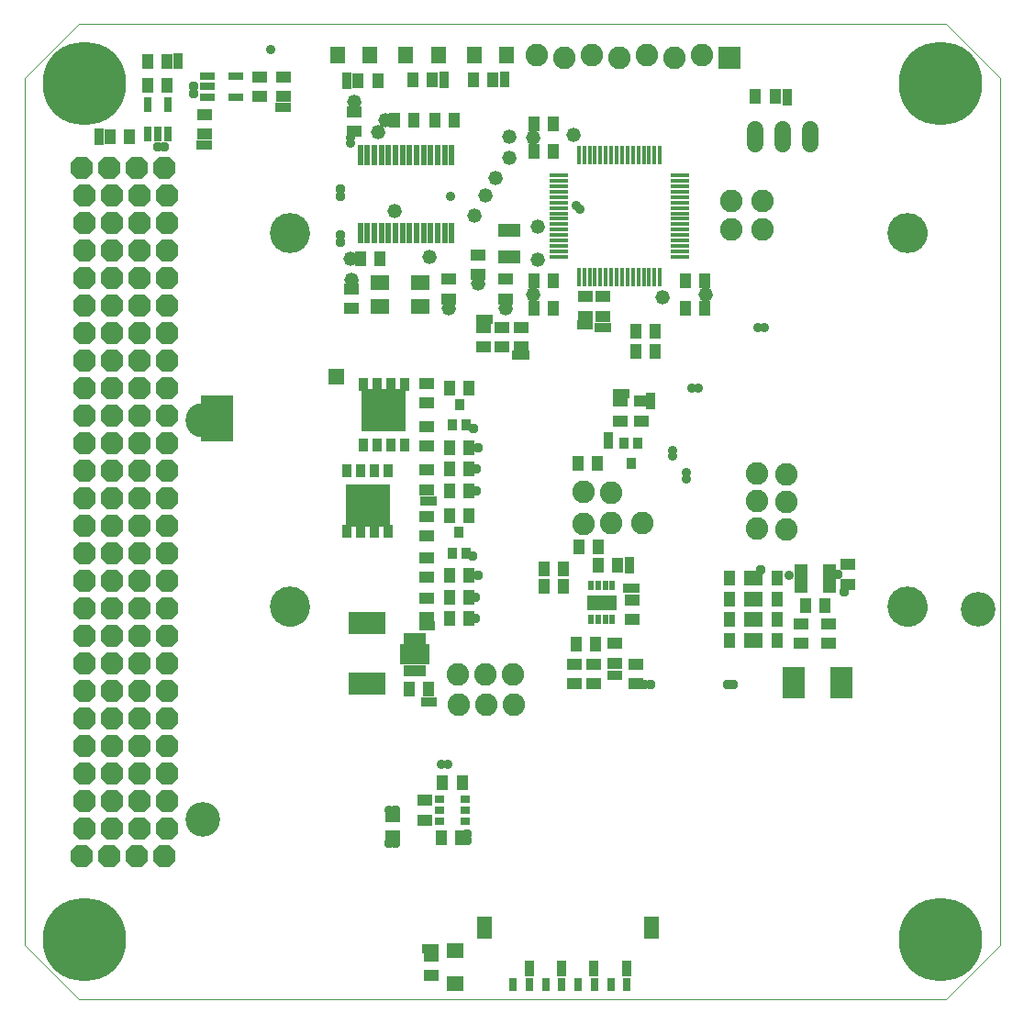
<source format=gts>
G75*
%MOIN*%
%OFA0B0*%
%FSLAX25Y25*%
%IPPOS*%
%LPD*%
%AMOC8*
5,1,8,0,0,1.08239X$1,22.5*
%
%ADD10R,0.03950X0.05524*%
%ADD11C,0.00000*%
%ADD12C,0.30328*%
%ADD13OC8,0.08200*%
%ADD14R,0.02000X0.03900*%
%ADD15R,0.10600X0.07700*%
%ADD16R,0.05524X0.03162*%
%ADD17R,0.05524X0.03950*%
%ADD18R,0.03162X0.05524*%
%ADD19R,0.13398X0.07887*%
%ADD20C,0.08200*%
%ADD21R,0.04737X0.02572*%
%ADD22R,0.02375X0.03556*%
%ADD23R,0.10800X0.05800*%
%ADD24R,0.03556X0.04343*%
%ADD25R,0.07887X0.11430*%
%ADD26R,0.03202X0.04816*%
%ADD27R,0.16194X0.15800*%
%ADD28C,0.14580*%
%ADD29R,0.01784X0.06902*%
%ADD30R,0.06902X0.01784*%
%ADD31R,0.02375X0.07690*%
%ADD32R,0.07887X0.04737*%
%ADD33C,0.05200*%
%ADD34R,0.07099X0.05721*%
%ADD35R,0.04737X0.01784*%
%ADD36R,0.01784X0.04737*%
%ADD37R,0.08200X0.08200*%
%ADD38R,0.03556X0.02800*%
%ADD39R,0.03162X0.04737*%
%ADD40R,0.05721X0.07887*%
%ADD41R,0.05524X0.06312*%
%ADD42C,0.06000*%
%ADD43R,0.06312X0.05524*%
%ADD44C,0.03778*%
%ADD45R,0.03778X0.03778*%
%ADD46R,0.03581X0.03581*%
%ADD47C,0.03581*%
%ADD48C,0.12611*%
D10*
X0142896Y0114117D03*
X0149983Y0114117D03*
X0157502Y0139589D03*
X0164589Y0139589D03*
X0164589Y0147463D03*
X0157502Y0147463D03*
X0157502Y0155337D03*
X0164589Y0155337D03*
X0164589Y0176991D03*
X0157502Y0176991D03*
X0157699Y0186046D03*
X0164786Y0186046D03*
X0164786Y0193920D03*
X0157699Y0193920D03*
X0157699Y0201794D03*
X0164786Y0201794D03*
X0164786Y0223447D03*
X0157699Y0223447D03*
X0188290Y0252384D03*
X0195376Y0252384D03*
X0195376Y0262227D03*
X0188290Y0262227D03*
X0225219Y0243920D03*
X0232306Y0243920D03*
X0232306Y0236636D03*
X0225219Y0236636D03*
X0243250Y0252384D03*
X0250337Y0252384D03*
X0250337Y0262227D03*
X0243250Y0262227D03*
X0195376Y0309471D03*
X0188290Y0309471D03*
X0188290Y0319313D03*
X0195376Y0319313D03*
X0173447Y0335455D03*
X0166361Y0335455D03*
X0151400Y0335455D03*
X0144313Y0335455D03*
X0131518Y0335061D03*
X0124431Y0335061D03*
X0137601Y0320790D03*
X0144687Y0320790D03*
X0152207Y0320790D03*
X0159294Y0320790D03*
X0132286Y0270199D03*
X0125199Y0270199D03*
X0055130Y0333369D03*
X0048044Y0333369D03*
X0048044Y0342119D03*
X0055130Y0342119D03*
X0041380Y0314619D03*
X0034294Y0314619D03*
X0191951Y0157699D03*
X0191951Y0151203D03*
X0199038Y0151203D03*
X0199038Y0157699D03*
X0204550Y0165573D03*
X0211636Y0165573D03*
X0211636Y0159077D03*
X0218723Y0159077D03*
X0210652Y0130337D03*
X0203565Y0130337D03*
X0162148Y0079983D03*
X0155061Y0079983D03*
X0154561Y0059983D03*
X0161648Y0059983D03*
X0259412Y0131695D03*
X0266498Y0131695D03*
X0269412Y0131695D03*
X0276498Y0131695D03*
X0276498Y0139195D03*
X0269412Y0139195D03*
X0266498Y0139195D03*
X0259412Y0139195D03*
X0259412Y0146695D03*
X0266498Y0146695D03*
X0269412Y0146695D03*
X0276498Y0146695D03*
X0276498Y0154195D03*
X0269412Y0154195D03*
X0266498Y0154195D03*
X0259412Y0154195D03*
X0286912Y0144195D03*
X0293998Y0144195D03*
X0211243Y0195888D03*
X0204156Y0195888D03*
X0268802Y0329195D03*
X0275888Y0329195D03*
D11*
X0003172Y0335849D02*
X0003172Y0020888D01*
X0022857Y0001203D01*
X0337817Y0001203D01*
X0357502Y0020888D01*
X0357502Y0335849D01*
X0337817Y0355534D01*
X0022857Y0355534D01*
X0003172Y0335849D01*
X0092738Y0279746D02*
X0092740Y0279915D01*
X0092746Y0280084D01*
X0092757Y0280253D01*
X0092771Y0280421D01*
X0092790Y0280589D01*
X0092813Y0280757D01*
X0092839Y0280924D01*
X0092870Y0281090D01*
X0092905Y0281256D01*
X0092944Y0281420D01*
X0092988Y0281584D01*
X0093035Y0281746D01*
X0093086Y0281907D01*
X0093141Y0282067D01*
X0093200Y0282226D01*
X0093262Y0282383D01*
X0093329Y0282538D01*
X0093400Y0282692D01*
X0093474Y0282844D01*
X0093552Y0282994D01*
X0093633Y0283142D01*
X0093718Y0283288D01*
X0093807Y0283432D01*
X0093899Y0283574D01*
X0093995Y0283713D01*
X0094094Y0283850D01*
X0094196Y0283985D01*
X0094302Y0284117D01*
X0094411Y0284246D01*
X0094523Y0284373D01*
X0094638Y0284497D01*
X0094756Y0284618D01*
X0094877Y0284736D01*
X0095001Y0284851D01*
X0095128Y0284963D01*
X0095257Y0285072D01*
X0095389Y0285178D01*
X0095524Y0285280D01*
X0095661Y0285379D01*
X0095800Y0285475D01*
X0095942Y0285567D01*
X0096086Y0285656D01*
X0096232Y0285741D01*
X0096380Y0285822D01*
X0096530Y0285900D01*
X0096682Y0285974D01*
X0096836Y0286045D01*
X0096991Y0286112D01*
X0097148Y0286174D01*
X0097307Y0286233D01*
X0097467Y0286288D01*
X0097628Y0286339D01*
X0097790Y0286386D01*
X0097954Y0286430D01*
X0098118Y0286469D01*
X0098284Y0286504D01*
X0098450Y0286535D01*
X0098617Y0286561D01*
X0098785Y0286584D01*
X0098953Y0286603D01*
X0099121Y0286617D01*
X0099290Y0286628D01*
X0099459Y0286634D01*
X0099628Y0286636D01*
X0099797Y0286634D01*
X0099966Y0286628D01*
X0100135Y0286617D01*
X0100303Y0286603D01*
X0100471Y0286584D01*
X0100639Y0286561D01*
X0100806Y0286535D01*
X0100972Y0286504D01*
X0101138Y0286469D01*
X0101302Y0286430D01*
X0101466Y0286386D01*
X0101628Y0286339D01*
X0101789Y0286288D01*
X0101949Y0286233D01*
X0102108Y0286174D01*
X0102265Y0286112D01*
X0102420Y0286045D01*
X0102574Y0285974D01*
X0102726Y0285900D01*
X0102876Y0285822D01*
X0103024Y0285741D01*
X0103170Y0285656D01*
X0103314Y0285567D01*
X0103456Y0285475D01*
X0103595Y0285379D01*
X0103732Y0285280D01*
X0103867Y0285178D01*
X0103999Y0285072D01*
X0104128Y0284963D01*
X0104255Y0284851D01*
X0104379Y0284736D01*
X0104500Y0284618D01*
X0104618Y0284497D01*
X0104733Y0284373D01*
X0104845Y0284246D01*
X0104954Y0284117D01*
X0105060Y0283985D01*
X0105162Y0283850D01*
X0105261Y0283713D01*
X0105357Y0283574D01*
X0105449Y0283432D01*
X0105538Y0283288D01*
X0105623Y0283142D01*
X0105704Y0282994D01*
X0105782Y0282844D01*
X0105856Y0282692D01*
X0105927Y0282538D01*
X0105994Y0282383D01*
X0106056Y0282226D01*
X0106115Y0282067D01*
X0106170Y0281907D01*
X0106221Y0281746D01*
X0106268Y0281584D01*
X0106312Y0281420D01*
X0106351Y0281256D01*
X0106386Y0281090D01*
X0106417Y0280924D01*
X0106443Y0280757D01*
X0106466Y0280589D01*
X0106485Y0280421D01*
X0106499Y0280253D01*
X0106510Y0280084D01*
X0106516Y0279915D01*
X0106518Y0279746D01*
X0106516Y0279577D01*
X0106510Y0279408D01*
X0106499Y0279239D01*
X0106485Y0279071D01*
X0106466Y0278903D01*
X0106443Y0278735D01*
X0106417Y0278568D01*
X0106386Y0278402D01*
X0106351Y0278236D01*
X0106312Y0278072D01*
X0106268Y0277908D01*
X0106221Y0277746D01*
X0106170Y0277585D01*
X0106115Y0277425D01*
X0106056Y0277266D01*
X0105994Y0277109D01*
X0105927Y0276954D01*
X0105856Y0276800D01*
X0105782Y0276648D01*
X0105704Y0276498D01*
X0105623Y0276350D01*
X0105538Y0276204D01*
X0105449Y0276060D01*
X0105357Y0275918D01*
X0105261Y0275779D01*
X0105162Y0275642D01*
X0105060Y0275507D01*
X0104954Y0275375D01*
X0104845Y0275246D01*
X0104733Y0275119D01*
X0104618Y0274995D01*
X0104500Y0274874D01*
X0104379Y0274756D01*
X0104255Y0274641D01*
X0104128Y0274529D01*
X0103999Y0274420D01*
X0103867Y0274314D01*
X0103732Y0274212D01*
X0103595Y0274113D01*
X0103456Y0274017D01*
X0103314Y0273925D01*
X0103170Y0273836D01*
X0103024Y0273751D01*
X0102876Y0273670D01*
X0102726Y0273592D01*
X0102574Y0273518D01*
X0102420Y0273447D01*
X0102265Y0273380D01*
X0102108Y0273318D01*
X0101949Y0273259D01*
X0101789Y0273204D01*
X0101628Y0273153D01*
X0101466Y0273106D01*
X0101302Y0273062D01*
X0101138Y0273023D01*
X0100972Y0272988D01*
X0100806Y0272957D01*
X0100639Y0272931D01*
X0100471Y0272908D01*
X0100303Y0272889D01*
X0100135Y0272875D01*
X0099966Y0272864D01*
X0099797Y0272858D01*
X0099628Y0272856D01*
X0099459Y0272858D01*
X0099290Y0272864D01*
X0099121Y0272875D01*
X0098953Y0272889D01*
X0098785Y0272908D01*
X0098617Y0272931D01*
X0098450Y0272957D01*
X0098284Y0272988D01*
X0098118Y0273023D01*
X0097954Y0273062D01*
X0097790Y0273106D01*
X0097628Y0273153D01*
X0097467Y0273204D01*
X0097307Y0273259D01*
X0097148Y0273318D01*
X0096991Y0273380D01*
X0096836Y0273447D01*
X0096682Y0273518D01*
X0096530Y0273592D01*
X0096380Y0273670D01*
X0096232Y0273751D01*
X0096086Y0273836D01*
X0095942Y0273925D01*
X0095800Y0274017D01*
X0095661Y0274113D01*
X0095524Y0274212D01*
X0095389Y0274314D01*
X0095257Y0274420D01*
X0095128Y0274529D01*
X0095001Y0274641D01*
X0094877Y0274756D01*
X0094756Y0274874D01*
X0094638Y0274995D01*
X0094523Y0275119D01*
X0094411Y0275246D01*
X0094302Y0275375D01*
X0094196Y0275507D01*
X0094094Y0275642D01*
X0093995Y0275779D01*
X0093899Y0275918D01*
X0093807Y0276060D01*
X0093718Y0276204D01*
X0093633Y0276350D01*
X0093552Y0276498D01*
X0093474Y0276648D01*
X0093400Y0276800D01*
X0093329Y0276954D01*
X0093262Y0277109D01*
X0093200Y0277266D01*
X0093141Y0277425D01*
X0093086Y0277585D01*
X0093035Y0277746D01*
X0092988Y0277908D01*
X0092944Y0278072D01*
X0092905Y0278236D01*
X0092870Y0278402D01*
X0092839Y0278568D01*
X0092813Y0278735D01*
X0092790Y0278903D01*
X0092771Y0279071D01*
X0092757Y0279239D01*
X0092746Y0279408D01*
X0092740Y0279577D01*
X0092738Y0279746D01*
X0092738Y0143920D02*
X0092740Y0144089D01*
X0092746Y0144258D01*
X0092757Y0144427D01*
X0092771Y0144595D01*
X0092790Y0144763D01*
X0092813Y0144931D01*
X0092839Y0145098D01*
X0092870Y0145264D01*
X0092905Y0145430D01*
X0092944Y0145594D01*
X0092988Y0145758D01*
X0093035Y0145920D01*
X0093086Y0146081D01*
X0093141Y0146241D01*
X0093200Y0146400D01*
X0093262Y0146557D01*
X0093329Y0146712D01*
X0093400Y0146866D01*
X0093474Y0147018D01*
X0093552Y0147168D01*
X0093633Y0147316D01*
X0093718Y0147462D01*
X0093807Y0147606D01*
X0093899Y0147748D01*
X0093995Y0147887D01*
X0094094Y0148024D01*
X0094196Y0148159D01*
X0094302Y0148291D01*
X0094411Y0148420D01*
X0094523Y0148547D01*
X0094638Y0148671D01*
X0094756Y0148792D01*
X0094877Y0148910D01*
X0095001Y0149025D01*
X0095128Y0149137D01*
X0095257Y0149246D01*
X0095389Y0149352D01*
X0095524Y0149454D01*
X0095661Y0149553D01*
X0095800Y0149649D01*
X0095942Y0149741D01*
X0096086Y0149830D01*
X0096232Y0149915D01*
X0096380Y0149996D01*
X0096530Y0150074D01*
X0096682Y0150148D01*
X0096836Y0150219D01*
X0096991Y0150286D01*
X0097148Y0150348D01*
X0097307Y0150407D01*
X0097467Y0150462D01*
X0097628Y0150513D01*
X0097790Y0150560D01*
X0097954Y0150604D01*
X0098118Y0150643D01*
X0098284Y0150678D01*
X0098450Y0150709D01*
X0098617Y0150735D01*
X0098785Y0150758D01*
X0098953Y0150777D01*
X0099121Y0150791D01*
X0099290Y0150802D01*
X0099459Y0150808D01*
X0099628Y0150810D01*
X0099797Y0150808D01*
X0099966Y0150802D01*
X0100135Y0150791D01*
X0100303Y0150777D01*
X0100471Y0150758D01*
X0100639Y0150735D01*
X0100806Y0150709D01*
X0100972Y0150678D01*
X0101138Y0150643D01*
X0101302Y0150604D01*
X0101466Y0150560D01*
X0101628Y0150513D01*
X0101789Y0150462D01*
X0101949Y0150407D01*
X0102108Y0150348D01*
X0102265Y0150286D01*
X0102420Y0150219D01*
X0102574Y0150148D01*
X0102726Y0150074D01*
X0102876Y0149996D01*
X0103024Y0149915D01*
X0103170Y0149830D01*
X0103314Y0149741D01*
X0103456Y0149649D01*
X0103595Y0149553D01*
X0103732Y0149454D01*
X0103867Y0149352D01*
X0103999Y0149246D01*
X0104128Y0149137D01*
X0104255Y0149025D01*
X0104379Y0148910D01*
X0104500Y0148792D01*
X0104618Y0148671D01*
X0104733Y0148547D01*
X0104845Y0148420D01*
X0104954Y0148291D01*
X0105060Y0148159D01*
X0105162Y0148024D01*
X0105261Y0147887D01*
X0105357Y0147748D01*
X0105449Y0147606D01*
X0105538Y0147462D01*
X0105623Y0147316D01*
X0105704Y0147168D01*
X0105782Y0147018D01*
X0105856Y0146866D01*
X0105927Y0146712D01*
X0105994Y0146557D01*
X0106056Y0146400D01*
X0106115Y0146241D01*
X0106170Y0146081D01*
X0106221Y0145920D01*
X0106268Y0145758D01*
X0106312Y0145594D01*
X0106351Y0145430D01*
X0106386Y0145264D01*
X0106417Y0145098D01*
X0106443Y0144931D01*
X0106466Y0144763D01*
X0106485Y0144595D01*
X0106499Y0144427D01*
X0106510Y0144258D01*
X0106516Y0144089D01*
X0106518Y0143920D01*
X0106516Y0143751D01*
X0106510Y0143582D01*
X0106499Y0143413D01*
X0106485Y0143245D01*
X0106466Y0143077D01*
X0106443Y0142909D01*
X0106417Y0142742D01*
X0106386Y0142576D01*
X0106351Y0142410D01*
X0106312Y0142246D01*
X0106268Y0142082D01*
X0106221Y0141920D01*
X0106170Y0141759D01*
X0106115Y0141599D01*
X0106056Y0141440D01*
X0105994Y0141283D01*
X0105927Y0141128D01*
X0105856Y0140974D01*
X0105782Y0140822D01*
X0105704Y0140672D01*
X0105623Y0140524D01*
X0105538Y0140378D01*
X0105449Y0140234D01*
X0105357Y0140092D01*
X0105261Y0139953D01*
X0105162Y0139816D01*
X0105060Y0139681D01*
X0104954Y0139549D01*
X0104845Y0139420D01*
X0104733Y0139293D01*
X0104618Y0139169D01*
X0104500Y0139048D01*
X0104379Y0138930D01*
X0104255Y0138815D01*
X0104128Y0138703D01*
X0103999Y0138594D01*
X0103867Y0138488D01*
X0103732Y0138386D01*
X0103595Y0138287D01*
X0103456Y0138191D01*
X0103314Y0138099D01*
X0103170Y0138010D01*
X0103024Y0137925D01*
X0102876Y0137844D01*
X0102726Y0137766D01*
X0102574Y0137692D01*
X0102420Y0137621D01*
X0102265Y0137554D01*
X0102108Y0137492D01*
X0101949Y0137433D01*
X0101789Y0137378D01*
X0101628Y0137327D01*
X0101466Y0137280D01*
X0101302Y0137236D01*
X0101138Y0137197D01*
X0100972Y0137162D01*
X0100806Y0137131D01*
X0100639Y0137105D01*
X0100471Y0137082D01*
X0100303Y0137063D01*
X0100135Y0137049D01*
X0099966Y0137038D01*
X0099797Y0137032D01*
X0099628Y0137030D01*
X0099459Y0137032D01*
X0099290Y0137038D01*
X0099121Y0137049D01*
X0098953Y0137063D01*
X0098785Y0137082D01*
X0098617Y0137105D01*
X0098450Y0137131D01*
X0098284Y0137162D01*
X0098118Y0137197D01*
X0097954Y0137236D01*
X0097790Y0137280D01*
X0097628Y0137327D01*
X0097467Y0137378D01*
X0097307Y0137433D01*
X0097148Y0137492D01*
X0096991Y0137554D01*
X0096836Y0137621D01*
X0096682Y0137692D01*
X0096530Y0137766D01*
X0096380Y0137844D01*
X0096232Y0137925D01*
X0096086Y0138010D01*
X0095942Y0138099D01*
X0095800Y0138191D01*
X0095661Y0138287D01*
X0095524Y0138386D01*
X0095389Y0138488D01*
X0095257Y0138594D01*
X0095128Y0138703D01*
X0095001Y0138815D01*
X0094877Y0138930D01*
X0094756Y0139048D01*
X0094638Y0139169D01*
X0094523Y0139293D01*
X0094411Y0139420D01*
X0094302Y0139549D01*
X0094196Y0139681D01*
X0094094Y0139816D01*
X0093995Y0139953D01*
X0093899Y0140092D01*
X0093807Y0140234D01*
X0093718Y0140378D01*
X0093633Y0140524D01*
X0093552Y0140672D01*
X0093474Y0140822D01*
X0093400Y0140974D01*
X0093329Y0141128D01*
X0093262Y0141283D01*
X0093200Y0141440D01*
X0093141Y0141599D01*
X0093086Y0141759D01*
X0093035Y0141920D01*
X0092988Y0142082D01*
X0092944Y0142246D01*
X0092905Y0142410D01*
X0092870Y0142576D01*
X0092839Y0142742D01*
X0092813Y0142909D01*
X0092790Y0143077D01*
X0092771Y0143245D01*
X0092757Y0143413D01*
X0092746Y0143582D01*
X0092740Y0143751D01*
X0092738Y0143920D01*
X0317148Y0143920D02*
X0317150Y0144089D01*
X0317156Y0144258D01*
X0317167Y0144427D01*
X0317181Y0144595D01*
X0317200Y0144763D01*
X0317223Y0144931D01*
X0317249Y0145098D01*
X0317280Y0145264D01*
X0317315Y0145430D01*
X0317354Y0145594D01*
X0317398Y0145758D01*
X0317445Y0145920D01*
X0317496Y0146081D01*
X0317551Y0146241D01*
X0317610Y0146400D01*
X0317672Y0146557D01*
X0317739Y0146712D01*
X0317810Y0146866D01*
X0317884Y0147018D01*
X0317962Y0147168D01*
X0318043Y0147316D01*
X0318128Y0147462D01*
X0318217Y0147606D01*
X0318309Y0147748D01*
X0318405Y0147887D01*
X0318504Y0148024D01*
X0318606Y0148159D01*
X0318712Y0148291D01*
X0318821Y0148420D01*
X0318933Y0148547D01*
X0319048Y0148671D01*
X0319166Y0148792D01*
X0319287Y0148910D01*
X0319411Y0149025D01*
X0319538Y0149137D01*
X0319667Y0149246D01*
X0319799Y0149352D01*
X0319934Y0149454D01*
X0320071Y0149553D01*
X0320210Y0149649D01*
X0320352Y0149741D01*
X0320496Y0149830D01*
X0320642Y0149915D01*
X0320790Y0149996D01*
X0320940Y0150074D01*
X0321092Y0150148D01*
X0321246Y0150219D01*
X0321401Y0150286D01*
X0321558Y0150348D01*
X0321717Y0150407D01*
X0321877Y0150462D01*
X0322038Y0150513D01*
X0322200Y0150560D01*
X0322364Y0150604D01*
X0322528Y0150643D01*
X0322694Y0150678D01*
X0322860Y0150709D01*
X0323027Y0150735D01*
X0323195Y0150758D01*
X0323363Y0150777D01*
X0323531Y0150791D01*
X0323700Y0150802D01*
X0323869Y0150808D01*
X0324038Y0150810D01*
X0324207Y0150808D01*
X0324376Y0150802D01*
X0324545Y0150791D01*
X0324713Y0150777D01*
X0324881Y0150758D01*
X0325049Y0150735D01*
X0325216Y0150709D01*
X0325382Y0150678D01*
X0325548Y0150643D01*
X0325712Y0150604D01*
X0325876Y0150560D01*
X0326038Y0150513D01*
X0326199Y0150462D01*
X0326359Y0150407D01*
X0326518Y0150348D01*
X0326675Y0150286D01*
X0326830Y0150219D01*
X0326984Y0150148D01*
X0327136Y0150074D01*
X0327286Y0149996D01*
X0327434Y0149915D01*
X0327580Y0149830D01*
X0327724Y0149741D01*
X0327866Y0149649D01*
X0328005Y0149553D01*
X0328142Y0149454D01*
X0328277Y0149352D01*
X0328409Y0149246D01*
X0328538Y0149137D01*
X0328665Y0149025D01*
X0328789Y0148910D01*
X0328910Y0148792D01*
X0329028Y0148671D01*
X0329143Y0148547D01*
X0329255Y0148420D01*
X0329364Y0148291D01*
X0329470Y0148159D01*
X0329572Y0148024D01*
X0329671Y0147887D01*
X0329767Y0147748D01*
X0329859Y0147606D01*
X0329948Y0147462D01*
X0330033Y0147316D01*
X0330114Y0147168D01*
X0330192Y0147018D01*
X0330266Y0146866D01*
X0330337Y0146712D01*
X0330404Y0146557D01*
X0330466Y0146400D01*
X0330525Y0146241D01*
X0330580Y0146081D01*
X0330631Y0145920D01*
X0330678Y0145758D01*
X0330722Y0145594D01*
X0330761Y0145430D01*
X0330796Y0145264D01*
X0330827Y0145098D01*
X0330853Y0144931D01*
X0330876Y0144763D01*
X0330895Y0144595D01*
X0330909Y0144427D01*
X0330920Y0144258D01*
X0330926Y0144089D01*
X0330928Y0143920D01*
X0330926Y0143751D01*
X0330920Y0143582D01*
X0330909Y0143413D01*
X0330895Y0143245D01*
X0330876Y0143077D01*
X0330853Y0142909D01*
X0330827Y0142742D01*
X0330796Y0142576D01*
X0330761Y0142410D01*
X0330722Y0142246D01*
X0330678Y0142082D01*
X0330631Y0141920D01*
X0330580Y0141759D01*
X0330525Y0141599D01*
X0330466Y0141440D01*
X0330404Y0141283D01*
X0330337Y0141128D01*
X0330266Y0140974D01*
X0330192Y0140822D01*
X0330114Y0140672D01*
X0330033Y0140524D01*
X0329948Y0140378D01*
X0329859Y0140234D01*
X0329767Y0140092D01*
X0329671Y0139953D01*
X0329572Y0139816D01*
X0329470Y0139681D01*
X0329364Y0139549D01*
X0329255Y0139420D01*
X0329143Y0139293D01*
X0329028Y0139169D01*
X0328910Y0139048D01*
X0328789Y0138930D01*
X0328665Y0138815D01*
X0328538Y0138703D01*
X0328409Y0138594D01*
X0328277Y0138488D01*
X0328142Y0138386D01*
X0328005Y0138287D01*
X0327866Y0138191D01*
X0327724Y0138099D01*
X0327580Y0138010D01*
X0327434Y0137925D01*
X0327286Y0137844D01*
X0327136Y0137766D01*
X0326984Y0137692D01*
X0326830Y0137621D01*
X0326675Y0137554D01*
X0326518Y0137492D01*
X0326359Y0137433D01*
X0326199Y0137378D01*
X0326038Y0137327D01*
X0325876Y0137280D01*
X0325712Y0137236D01*
X0325548Y0137197D01*
X0325382Y0137162D01*
X0325216Y0137131D01*
X0325049Y0137105D01*
X0324881Y0137082D01*
X0324713Y0137063D01*
X0324545Y0137049D01*
X0324376Y0137038D01*
X0324207Y0137032D01*
X0324038Y0137030D01*
X0323869Y0137032D01*
X0323700Y0137038D01*
X0323531Y0137049D01*
X0323363Y0137063D01*
X0323195Y0137082D01*
X0323027Y0137105D01*
X0322860Y0137131D01*
X0322694Y0137162D01*
X0322528Y0137197D01*
X0322364Y0137236D01*
X0322200Y0137280D01*
X0322038Y0137327D01*
X0321877Y0137378D01*
X0321717Y0137433D01*
X0321558Y0137492D01*
X0321401Y0137554D01*
X0321246Y0137621D01*
X0321092Y0137692D01*
X0320940Y0137766D01*
X0320790Y0137844D01*
X0320642Y0137925D01*
X0320496Y0138010D01*
X0320352Y0138099D01*
X0320210Y0138191D01*
X0320071Y0138287D01*
X0319934Y0138386D01*
X0319799Y0138488D01*
X0319667Y0138594D01*
X0319538Y0138703D01*
X0319411Y0138815D01*
X0319287Y0138930D01*
X0319166Y0139048D01*
X0319048Y0139169D01*
X0318933Y0139293D01*
X0318821Y0139420D01*
X0318712Y0139549D01*
X0318606Y0139681D01*
X0318504Y0139816D01*
X0318405Y0139953D01*
X0318309Y0140092D01*
X0318217Y0140234D01*
X0318128Y0140378D01*
X0318043Y0140524D01*
X0317962Y0140672D01*
X0317884Y0140822D01*
X0317810Y0140974D01*
X0317739Y0141128D01*
X0317672Y0141283D01*
X0317610Y0141440D01*
X0317551Y0141599D01*
X0317496Y0141759D01*
X0317445Y0141920D01*
X0317398Y0142082D01*
X0317354Y0142246D01*
X0317315Y0142410D01*
X0317280Y0142576D01*
X0317249Y0142742D01*
X0317223Y0142909D01*
X0317200Y0143077D01*
X0317181Y0143245D01*
X0317167Y0143413D01*
X0317156Y0143582D01*
X0317150Y0143751D01*
X0317148Y0143920D01*
X0317148Y0279746D02*
X0317150Y0279915D01*
X0317156Y0280084D01*
X0317167Y0280253D01*
X0317181Y0280421D01*
X0317200Y0280589D01*
X0317223Y0280757D01*
X0317249Y0280924D01*
X0317280Y0281090D01*
X0317315Y0281256D01*
X0317354Y0281420D01*
X0317398Y0281584D01*
X0317445Y0281746D01*
X0317496Y0281907D01*
X0317551Y0282067D01*
X0317610Y0282226D01*
X0317672Y0282383D01*
X0317739Y0282538D01*
X0317810Y0282692D01*
X0317884Y0282844D01*
X0317962Y0282994D01*
X0318043Y0283142D01*
X0318128Y0283288D01*
X0318217Y0283432D01*
X0318309Y0283574D01*
X0318405Y0283713D01*
X0318504Y0283850D01*
X0318606Y0283985D01*
X0318712Y0284117D01*
X0318821Y0284246D01*
X0318933Y0284373D01*
X0319048Y0284497D01*
X0319166Y0284618D01*
X0319287Y0284736D01*
X0319411Y0284851D01*
X0319538Y0284963D01*
X0319667Y0285072D01*
X0319799Y0285178D01*
X0319934Y0285280D01*
X0320071Y0285379D01*
X0320210Y0285475D01*
X0320352Y0285567D01*
X0320496Y0285656D01*
X0320642Y0285741D01*
X0320790Y0285822D01*
X0320940Y0285900D01*
X0321092Y0285974D01*
X0321246Y0286045D01*
X0321401Y0286112D01*
X0321558Y0286174D01*
X0321717Y0286233D01*
X0321877Y0286288D01*
X0322038Y0286339D01*
X0322200Y0286386D01*
X0322364Y0286430D01*
X0322528Y0286469D01*
X0322694Y0286504D01*
X0322860Y0286535D01*
X0323027Y0286561D01*
X0323195Y0286584D01*
X0323363Y0286603D01*
X0323531Y0286617D01*
X0323700Y0286628D01*
X0323869Y0286634D01*
X0324038Y0286636D01*
X0324207Y0286634D01*
X0324376Y0286628D01*
X0324545Y0286617D01*
X0324713Y0286603D01*
X0324881Y0286584D01*
X0325049Y0286561D01*
X0325216Y0286535D01*
X0325382Y0286504D01*
X0325548Y0286469D01*
X0325712Y0286430D01*
X0325876Y0286386D01*
X0326038Y0286339D01*
X0326199Y0286288D01*
X0326359Y0286233D01*
X0326518Y0286174D01*
X0326675Y0286112D01*
X0326830Y0286045D01*
X0326984Y0285974D01*
X0327136Y0285900D01*
X0327286Y0285822D01*
X0327434Y0285741D01*
X0327580Y0285656D01*
X0327724Y0285567D01*
X0327866Y0285475D01*
X0328005Y0285379D01*
X0328142Y0285280D01*
X0328277Y0285178D01*
X0328409Y0285072D01*
X0328538Y0284963D01*
X0328665Y0284851D01*
X0328789Y0284736D01*
X0328910Y0284618D01*
X0329028Y0284497D01*
X0329143Y0284373D01*
X0329255Y0284246D01*
X0329364Y0284117D01*
X0329470Y0283985D01*
X0329572Y0283850D01*
X0329671Y0283713D01*
X0329767Y0283574D01*
X0329859Y0283432D01*
X0329948Y0283288D01*
X0330033Y0283142D01*
X0330114Y0282994D01*
X0330192Y0282844D01*
X0330266Y0282692D01*
X0330337Y0282538D01*
X0330404Y0282383D01*
X0330466Y0282226D01*
X0330525Y0282067D01*
X0330580Y0281907D01*
X0330631Y0281746D01*
X0330678Y0281584D01*
X0330722Y0281420D01*
X0330761Y0281256D01*
X0330796Y0281090D01*
X0330827Y0280924D01*
X0330853Y0280757D01*
X0330876Y0280589D01*
X0330895Y0280421D01*
X0330909Y0280253D01*
X0330920Y0280084D01*
X0330926Y0279915D01*
X0330928Y0279746D01*
X0330926Y0279577D01*
X0330920Y0279408D01*
X0330909Y0279239D01*
X0330895Y0279071D01*
X0330876Y0278903D01*
X0330853Y0278735D01*
X0330827Y0278568D01*
X0330796Y0278402D01*
X0330761Y0278236D01*
X0330722Y0278072D01*
X0330678Y0277908D01*
X0330631Y0277746D01*
X0330580Y0277585D01*
X0330525Y0277425D01*
X0330466Y0277266D01*
X0330404Y0277109D01*
X0330337Y0276954D01*
X0330266Y0276800D01*
X0330192Y0276648D01*
X0330114Y0276498D01*
X0330033Y0276350D01*
X0329948Y0276204D01*
X0329859Y0276060D01*
X0329767Y0275918D01*
X0329671Y0275779D01*
X0329572Y0275642D01*
X0329470Y0275507D01*
X0329364Y0275375D01*
X0329255Y0275246D01*
X0329143Y0275119D01*
X0329028Y0274995D01*
X0328910Y0274874D01*
X0328789Y0274756D01*
X0328665Y0274641D01*
X0328538Y0274529D01*
X0328409Y0274420D01*
X0328277Y0274314D01*
X0328142Y0274212D01*
X0328005Y0274113D01*
X0327866Y0274017D01*
X0327724Y0273925D01*
X0327580Y0273836D01*
X0327434Y0273751D01*
X0327286Y0273670D01*
X0327136Y0273592D01*
X0326984Y0273518D01*
X0326830Y0273447D01*
X0326675Y0273380D01*
X0326518Y0273318D01*
X0326359Y0273259D01*
X0326199Y0273204D01*
X0326038Y0273153D01*
X0325876Y0273106D01*
X0325712Y0273062D01*
X0325548Y0273023D01*
X0325382Y0272988D01*
X0325216Y0272957D01*
X0325049Y0272931D01*
X0324881Y0272908D01*
X0324713Y0272889D01*
X0324545Y0272875D01*
X0324376Y0272864D01*
X0324207Y0272858D01*
X0324038Y0272856D01*
X0323869Y0272858D01*
X0323700Y0272864D01*
X0323531Y0272875D01*
X0323363Y0272889D01*
X0323195Y0272908D01*
X0323027Y0272931D01*
X0322860Y0272957D01*
X0322694Y0272988D01*
X0322528Y0273023D01*
X0322364Y0273062D01*
X0322200Y0273106D01*
X0322038Y0273153D01*
X0321877Y0273204D01*
X0321717Y0273259D01*
X0321558Y0273318D01*
X0321401Y0273380D01*
X0321246Y0273447D01*
X0321092Y0273518D01*
X0320940Y0273592D01*
X0320790Y0273670D01*
X0320642Y0273751D01*
X0320496Y0273836D01*
X0320352Y0273925D01*
X0320210Y0274017D01*
X0320071Y0274113D01*
X0319934Y0274212D01*
X0319799Y0274314D01*
X0319667Y0274420D01*
X0319538Y0274529D01*
X0319411Y0274641D01*
X0319287Y0274756D01*
X0319166Y0274874D01*
X0319048Y0274995D01*
X0318933Y0275119D01*
X0318821Y0275246D01*
X0318712Y0275375D01*
X0318606Y0275507D01*
X0318504Y0275642D01*
X0318405Y0275779D01*
X0318309Y0275918D01*
X0318217Y0276060D01*
X0318128Y0276204D01*
X0318043Y0276350D01*
X0317962Y0276498D01*
X0317884Y0276648D01*
X0317810Y0276800D01*
X0317739Y0276954D01*
X0317672Y0277109D01*
X0317610Y0277266D01*
X0317551Y0277425D01*
X0317496Y0277585D01*
X0317445Y0277746D01*
X0317398Y0277908D01*
X0317354Y0278072D01*
X0317315Y0278236D01*
X0317280Y0278402D01*
X0317249Y0278568D01*
X0317223Y0278735D01*
X0317200Y0278903D01*
X0317181Y0279071D01*
X0317167Y0279239D01*
X0317156Y0279408D01*
X0317150Y0279577D01*
X0317148Y0279746D01*
D12*
X0335849Y0333880D03*
X0335849Y0022857D03*
X0024825Y0022857D03*
X0024825Y0333880D03*
D13*
X0023825Y0303369D03*
X0024825Y0293369D03*
X0034825Y0293369D03*
X0033825Y0303369D03*
X0043825Y0303369D03*
X0053825Y0303369D03*
X0054825Y0293369D03*
X0044825Y0293369D03*
X0044825Y0283369D03*
X0034825Y0283369D03*
X0024825Y0283369D03*
X0024825Y0273369D03*
X0034825Y0273369D03*
X0044825Y0273369D03*
X0054825Y0273369D03*
X0054825Y0283369D03*
X0054825Y0263369D03*
X0044825Y0263369D03*
X0034825Y0263369D03*
X0024825Y0263369D03*
X0024825Y0253369D03*
X0024825Y0243369D03*
X0034825Y0243369D03*
X0034825Y0253369D03*
X0044825Y0253369D03*
X0044825Y0243369D03*
X0054825Y0243369D03*
X0054825Y0253369D03*
X0054825Y0233369D03*
X0044825Y0233369D03*
X0034825Y0233369D03*
X0024825Y0233369D03*
X0024825Y0223369D03*
X0034825Y0223369D03*
X0044825Y0223369D03*
X0054825Y0223369D03*
X0054825Y0213369D03*
X0054825Y0203369D03*
X0044825Y0203369D03*
X0044825Y0213369D03*
X0034825Y0213369D03*
X0034825Y0203369D03*
X0024825Y0203369D03*
X0024825Y0213369D03*
X0024825Y0193369D03*
X0034825Y0193369D03*
X0044825Y0193369D03*
X0054825Y0193369D03*
X0054825Y0183369D03*
X0044825Y0183369D03*
X0034825Y0183369D03*
X0024825Y0183369D03*
X0024825Y0173369D03*
X0024825Y0163369D03*
X0034825Y0163369D03*
X0034825Y0173369D03*
X0044825Y0173369D03*
X0044825Y0163369D03*
X0054825Y0163369D03*
X0054825Y0173369D03*
X0054825Y0153369D03*
X0044825Y0153369D03*
X0034825Y0153369D03*
X0024825Y0153369D03*
X0024825Y0143369D03*
X0034825Y0143369D03*
X0044825Y0143369D03*
X0054825Y0143369D03*
X0054825Y0133369D03*
X0054825Y0123369D03*
X0044825Y0123369D03*
X0044825Y0133369D03*
X0034825Y0133369D03*
X0034825Y0123369D03*
X0024825Y0123369D03*
X0024825Y0133369D03*
X0024825Y0113369D03*
X0034825Y0113369D03*
X0044825Y0113369D03*
X0054825Y0113369D03*
X0054825Y0103369D03*
X0044825Y0103369D03*
X0034825Y0103369D03*
X0024825Y0103369D03*
X0024825Y0093369D03*
X0024825Y0083369D03*
X0034825Y0083369D03*
X0034825Y0093369D03*
X0044825Y0093369D03*
X0044825Y0083369D03*
X0054825Y0083369D03*
X0054825Y0093369D03*
X0054825Y0073369D03*
X0044825Y0073369D03*
X0034825Y0073369D03*
X0024825Y0073369D03*
X0024825Y0063369D03*
X0034825Y0063369D03*
X0044825Y0063369D03*
X0054825Y0063369D03*
X0053825Y0053369D03*
X0043825Y0053369D03*
X0033825Y0053369D03*
X0023825Y0053369D03*
D14*
X0142069Y0120768D03*
X0144038Y0120768D03*
X0146006Y0120768D03*
X0147975Y0120768D03*
X0147975Y0132268D03*
X0146006Y0132268D03*
X0144038Y0132268D03*
X0142069Y0132268D03*
D15*
X0145022Y0126518D03*
D16*
X0080120Y0329146D03*
X0080120Y0336626D03*
X0069491Y0336626D03*
X0069491Y0332886D03*
X0069491Y0329146D03*
D17*
X0068556Y0322680D03*
X0068556Y0315593D03*
X0088556Y0329343D03*
X0088556Y0336430D03*
X0097306Y0336430D03*
X0097306Y0329343D03*
X0122857Y0323762D03*
X0122857Y0316676D03*
X0168132Y0271754D03*
X0168132Y0264668D03*
X0177975Y0262896D03*
X0177975Y0255809D03*
X0176794Y0245298D03*
X0183487Y0245298D03*
X0183487Y0238211D03*
X0176794Y0238211D03*
X0170101Y0238211D03*
X0170101Y0245298D03*
X0157306Y0255809D03*
X0157306Y0262896D03*
X0121872Y0259294D03*
X0121872Y0252207D03*
X0149431Y0225022D03*
X0149431Y0217935D03*
X0149431Y0209274D03*
X0149431Y0202187D03*
X0149431Y0193526D03*
X0149431Y0186439D03*
X0149431Y0176794D03*
X0149431Y0169707D03*
X0149235Y0161636D03*
X0149235Y0154550D03*
X0149235Y0147069D03*
X0149235Y0139983D03*
X0202975Y0123054D03*
X0202975Y0115967D03*
X0210061Y0115967D03*
X0210061Y0123054D03*
X0217739Y0123447D03*
X0217739Y0130534D03*
X0223841Y0139195D03*
X0223841Y0146282D03*
X0225219Y0123054D03*
X0225219Y0115967D03*
X0285455Y0130652D03*
X0285455Y0137739D03*
X0295455Y0137739D03*
X0295455Y0130652D03*
X0302455Y0152152D03*
X0302455Y0159239D03*
X0227187Y0211439D03*
X0227187Y0218526D03*
X0219707Y0218526D03*
X0219707Y0211439D03*
X0213211Y0249431D03*
X0206912Y0249431D03*
X0206912Y0256518D03*
X0213211Y0256518D03*
X0148605Y0073526D03*
X0148605Y0066439D03*
X0136912Y0067699D03*
X0136912Y0060613D03*
X0150888Y0017109D03*
X0150888Y0010022D03*
D18*
X0055327Y0315554D03*
X0051587Y0315554D03*
X0047847Y0315554D03*
X0047847Y0326183D03*
X0055327Y0326183D03*
D19*
X0127542Y0137975D03*
X0127542Y0115928D03*
D20*
X0160731Y0119313D03*
X0170731Y0119313D03*
X0180731Y0119313D03*
X0181046Y0108290D03*
X0171046Y0108290D03*
X0161046Y0108290D03*
X0206321Y0174125D03*
X0216251Y0174431D03*
X0216361Y0185455D03*
X0206321Y0185525D03*
X0227651Y0174431D03*
X0269313Y0172345D03*
X0269313Y0182345D03*
X0269313Y0192345D03*
X0280140Y0192148D03*
X0280140Y0182148D03*
X0280140Y0172148D03*
X0271352Y0281124D03*
X0271352Y0291361D03*
X0259952Y0291361D03*
X0259952Y0281124D03*
X0239471Y0343420D03*
X0249471Y0344420D03*
X0229471Y0344420D03*
X0219471Y0343420D03*
X0209471Y0344420D03*
X0199471Y0343420D03*
X0189471Y0344420D03*
D21*
X0285337Y0158034D03*
X0285337Y0155475D03*
X0285337Y0152916D03*
X0285337Y0150357D03*
X0295573Y0150357D03*
X0295573Y0152916D03*
X0295573Y0155475D03*
X0295573Y0158034D03*
D22*
X0216754Y0151597D03*
X0214195Y0151597D03*
X0211636Y0151597D03*
X0209077Y0151597D03*
X0209077Y0139195D03*
X0211636Y0139195D03*
X0214195Y0139195D03*
X0216754Y0139195D03*
D23*
X0213014Y0145494D03*
D24*
X0223526Y0195849D03*
X0220967Y0203329D03*
X0226085Y0203329D03*
X0163802Y0209865D03*
X0158683Y0209865D03*
X0161243Y0217345D03*
X0161046Y0170888D03*
X0163605Y0163408D03*
X0158487Y0163408D03*
D25*
X0282502Y0116361D03*
X0299825Y0116361D03*
D26*
X0141183Y0202601D03*
X0136183Y0202601D03*
X0131183Y0202601D03*
X0126183Y0202601D03*
X0125475Y0193309D03*
X0120475Y0193309D03*
X0130475Y0193309D03*
X0135475Y0193309D03*
X0135475Y0171302D03*
X0130475Y0171302D03*
X0125475Y0171302D03*
X0120475Y0171302D03*
X0126183Y0224609D03*
X0131183Y0224609D03*
X0136183Y0224609D03*
X0141183Y0224609D03*
D27*
X0133683Y0215337D03*
X0127975Y0180573D03*
D28*
X0099628Y0143920D03*
X0099628Y0279746D03*
X0324038Y0279746D03*
X0324038Y0143920D03*
D29*
X0234077Y0263802D03*
X0232109Y0263802D03*
X0230140Y0263802D03*
X0228172Y0263802D03*
X0226203Y0263802D03*
X0224235Y0263802D03*
X0222266Y0263802D03*
X0220298Y0263802D03*
X0218329Y0263802D03*
X0216361Y0263802D03*
X0214392Y0263802D03*
X0212424Y0263802D03*
X0210455Y0263802D03*
X0208487Y0263802D03*
X0206518Y0263802D03*
X0204550Y0263802D03*
X0204550Y0307896D03*
X0206518Y0307896D03*
X0208487Y0307896D03*
X0210455Y0307896D03*
X0212424Y0307896D03*
X0214392Y0307896D03*
X0216361Y0307896D03*
X0218329Y0307896D03*
X0220298Y0307896D03*
X0222266Y0307896D03*
X0224235Y0307896D03*
X0226203Y0307896D03*
X0228172Y0307896D03*
X0230140Y0307896D03*
X0232109Y0307896D03*
X0234077Y0307896D03*
D30*
X0241361Y0300613D03*
X0241361Y0298644D03*
X0241361Y0296676D03*
X0241361Y0294707D03*
X0241361Y0292739D03*
X0241361Y0290770D03*
X0241361Y0288802D03*
X0241361Y0286833D03*
X0241361Y0284865D03*
X0241361Y0282896D03*
X0241361Y0280928D03*
X0241361Y0278959D03*
X0241361Y0276991D03*
X0241361Y0275022D03*
X0241361Y0273054D03*
X0241361Y0271085D03*
X0197266Y0271085D03*
X0197266Y0273054D03*
X0197266Y0275022D03*
X0197266Y0276991D03*
X0197266Y0278959D03*
X0197266Y0280928D03*
X0197266Y0282896D03*
X0197266Y0284865D03*
X0197266Y0286833D03*
X0197266Y0288802D03*
X0197266Y0290770D03*
X0197266Y0292739D03*
X0197266Y0294707D03*
X0197266Y0296676D03*
X0197266Y0298644D03*
X0197266Y0300613D03*
D31*
X0158447Y0307896D03*
X0155888Y0307896D03*
X0153329Y0307896D03*
X0150770Y0307896D03*
X0148211Y0307896D03*
X0145652Y0307896D03*
X0143093Y0307896D03*
X0140534Y0307896D03*
X0137975Y0307896D03*
X0135416Y0307896D03*
X0132857Y0307896D03*
X0130298Y0307896D03*
X0127739Y0307896D03*
X0125180Y0307896D03*
X0125180Y0279550D03*
X0127739Y0279550D03*
X0130298Y0279550D03*
X0132857Y0279550D03*
X0135416Y0279550D03*
X0137975Y0279550D03*
X0140534Y0279550D03*
X0143093Y0279550D03*
X0145652Y0279550D03*
X0148211Y0279550D03*
X0150770Y0279550D03*
X0153329Y0279550D03*
X0155888Y0279550D03*
X0158447Y0279550D03*
D32*
X0179313Y0280770D03*
X0179313Y0270928D03*
D33*
X0189786Y0270101D03*
X0189786Y0281912D03*
X0170677Y0293331D03*
X0174298Y0299578D03*
X0179313Y0307099D03*
X0179313Y0314599D03*
X0187817Y0314392D03*
X0202581Y0315376D03*
X0166764Y0285849D03*
X0150416Y0271085D03*
X0157306Y0252384D03*
X0168132Y0261243D03*
X0177975Y0252384D03*
X0187817Y0257306D03*
X0235061Y0256321D03*
X0250809Y0257306D03*
X0137620Y0287817D03*
X0121774Y0270199D03*
X0121872Y0262719D03*
X0131715Y0316361D03*
X0134176Y0320790D03*
X0122857Y0327187D03*
D34*
X0132384Y0261715D03*
X0132384Y0253054D03*
X0146951Y0253054D03*
X0146951Y0261715D03*
D35*
X0122857Y0315967D03*
D36*
X0145002Y0320790D03*
X0196146Y0319318D03*
X0132601Y0270199D03*
X0196069Y0252454D03*
X0242787Y0252254D03*
D37*
X0259471Y0343420D03*
D38*
X0163180Y0073920D03*
X0163180Y0069983D03*
X0163180Y0066046D03*
X0154030Y0066046D03*
X0154030Y0069983D03*
X0154030Y0073920D03*
D39*
X0180731Y0006715D03*
X0186636Y0006715D03*
X0192542Y0006715D03*
X0198447Y0006715D03*
X0204353Y0006715D03*
X0210258Y0006715D03*
X0216164Y0006715D03*
X0222069Y0006715D03*
D40*
X0231144Y0027187D03*
X0170475Y0027187D03*
D41*
X0166557Y0344313D03*
X0178369Y0344313D03*
X0153565Y0344313D03*
X0141754Y0344313D03*
X0128762Y0344313D03*
X0116951Y0344313D03*
D42*
X0268565Y0317189D02*
X0268565Y0311989D01*
X0278565Y0311989D02*
X0278565Y0317189D01*
X0288565Y0317189D02*
X0288565Y0311989D01*
D43*
X0159628Y0018920D03*
X0159628Y0007109D03*
D44*
X0164105Y0058983D03*
X0164105Y0061483D03*
X0138093Y0058172D03*
X0135731Y0058172D03*
X0138014Y0070101D03*
X0166951Y0139589D03*
X0166951Y0147463D03*
X0167935Y0155337D03*
X0165967Y0162227D03*
X0167148Y0186046D03*
X0167148Y0193920D03*
X0168132Y0201794D03*
X0166164Y0208683D03*
X0118132Y0276400D03*
X0118132Y0278959D03*
X0118132Y0293132D03*
X0118132Y0295691D03*
X0064806Y0330386D03*
X0064806Y0332886D03*
X0054087Y0310869D03*
X0051587Y0310869D03*
X0228369Y0115770D03*
X0230731Y0115770D03*
X0258487Y0115691D03*
X0260770Y0115652D03*
X0268955Y0139195D03*
X0270494Y0157502D03*
X0298755Y0155595D03*
X0300955Y0149195D03*
D45*
X0230731Y0217345D03*
X0230731Y0220101D03*
X0221282Y0221282D03*
X0218526Y0221282D03*
X0215376Y0205534D03*
X0215376Y0203172D03*
X0214589Y0245494D03*
X0211833Y0245494D03*
X0151203Y0182502D03*
X0148644Y0182502D03*
X0148250Y0137030D03*
X0150613Y0137030D03*
X0151203Y0109274D03*
X0148841Y0109274D03*
X0210061Y0144510D03*
X0209471Y0146479D03*
X0211636Y0146479D03*
X0213605Y0146479D03*
X0214392Y0144510D03*
X0212227Y0144510D03*
X0215770Y0146479D03*
X0216557Y0144510D03*
X0222463Y0150613D03*
X0225022Y0150613D03*
X0223054Y0157699D03*
X0223054Y0160258D03*
X0218723Y0119117D03*
X0216557Y0119117D03*
X0151991Y0019707D03*
X0149235Y0019707D03*
X0186636Y0013802D03*
X0186636Y0011439D03*
X0198447Y0011439D03*
X0198447Y0013802D03*
X0210061Y0013802D03*
X0210061Y0011439D03*
X0222069Y0011439D03*
X0222069Y0013802D03*
X0077187Y0205534D03*
X0077187Y0207896D03*
X0077187Y0210652D03*
X0077187Y0213408D03*
X0074431Y0213408D03*
X0074431Y0211046D03*
X0074431Y0208290D03*
X0072069Y0208290D03*
X0071676Y0205534D03*
X0074431Y0205534D03*
X0068920Y0205534D03*
X0071676Y0216164D03*
X0074431Y0216164D03*
X0074431Y0218920D03*
X0071676Y0218920D03*
X0068920Y0218920D03*
X0077187Y0218920D03*
X0077187Y0216164D03*
X0069697Y0311530D03*
X0067197Y0311530D03*
X0058981Y0340977D03*
X0058981Y0343477D03*
X0030231Y0315977D03*
X0030231Y0313477D03*
X0095947Y0325280D03*
X0098447Y0325280D03*
X0120298Y0333683D03*
X0120298Y0336439D03*
X0155731Y0336833D03*
X0155731Y0334077D03*
X0177581Y0334274D03*
X0177581Y0336636D03*
X0280219Y0330376D03*
X0280219Y0327817D03*
D46*
X0208093Y0246479D03*
X0205731Y0246479D03*
X0184865Y0235258D03*
X0182109Y0235258D03*
X0171676Y0248250D03*
X0168920Y0248250D03*
X0117739Y0228762D03*
X0115376Y0228762D03*
X0115376Y0226203D03*
X0117739Y0226203D03*
D47*
X0157896Y0293132D03*
X0121676Y0312227D03*
X0121676Y0314392D03*
X0092542Y0346282D03*
X0203565Y0289786D03*
X0205140Y0288211D03*
X0245691Y0223250D03*
X0247857Y0223250D03*
X0238802Y0200809D03*
X0238802Y0198644D03*
X0243723Y0192542D03*
X0243723Y0190376D03*
X0281124Y0155337D03*
X0271872Y0245494D03*
X0269707Y0245494D03*
X0148054Y0127975D03*
X0145888Y0127975D03*
X0143723Y0127975D03*
X0141557Y0127975D03*
X0141557Y0125022D03*
X0143723Y0125022D03*
X0145888Y0125022D03*
X0148054Y0125022D03*
X0154746Y0086833D03*
X0156912Y0086833D03*
X0135652Y0070101D03*
D48*
X0068132Y0066557D03*
X0068132Y0211833D03*
X0349628Y0142935D03*
M02*

</source>
